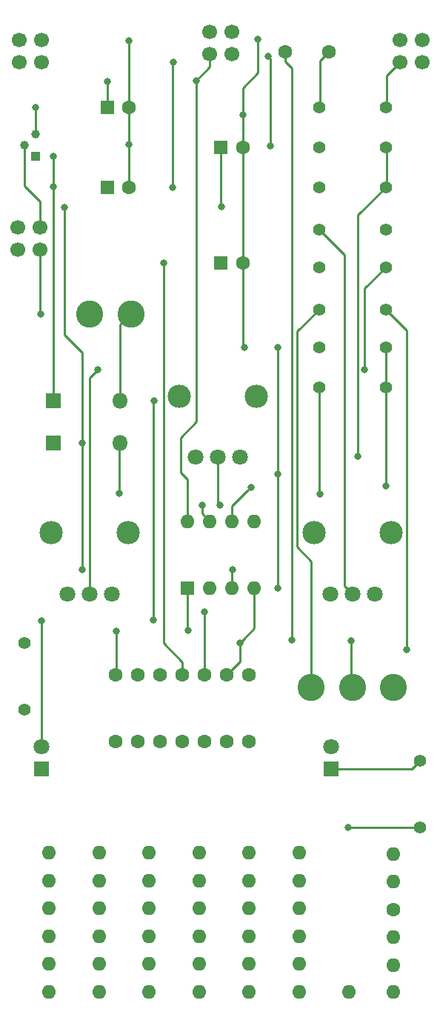
<source format=gbr>
G04 #@! TF.GenerationSoftware,KiCad,Pcbnew,(5.0.0-rc2-dev-311-g1dd4af297)*
G04 #@! TF.CreationDate,2018-04-22T13:53:34-07:00*
G04 #@! TF.ProjectId,workshop_drum1.2,776F726B73686F705F6472756D312E32,rev?*
G04 #@! TF.SameCoordinates,Original*
G04 #@! TF.FileFunction,Copper,L2,Bot,Signal*
G04 #@! TF.FilePolarity,Positive*
%FSLAX46Y46*%
G04 Gerber Fmt 4.6, Leading zero omitted, Abs format (unit mm)*
G04 Created by KiCad (PCBNEW (5.0.0-rc2-dev-311-g1dd4af297)) date 04/22/18 13:53:34*
%MOMM*%
%LPD*%
G01*
G04 APERTURE LIST*
%ADD10C,3.100000*%
%ADD11C,1.700000*%
%ADD12C,1.600000*%
%ADD13O,1.600000X1.600000*%
%ADD14C,1.397000*%
%ADD15R,1.600000X1.600000*%
%ADD16R,1.800000X1.800000*%
%ADD17C,1.800000*%
%ADD18O,1.800000X1.800000*%
%ADD19R,1.000000X1.000000*%
%ADD20C,1.000000*%
%ADD21C,2.667000*%
%ADD22C,1.803400*%
%ADD23C,0.800000*%
%ADD24C,0.250000*%
G04 APERTURE END LIST*
D10*
X167636000Y-115062000D03*
X162936000Y-115062000D03*
X158236000Y-115062000D03*
X132936000Y-72400000D03*
X137636000Y-72400000D03*
D11*
X149206000Y-40130000D03*
X146666000Y-40130000D03*
X146666000Y-42670000D03*
X149206000Y-42670000D03*
X127254000Y-65024000D03*
X127254000Y-62484000D03*
X124714000Y-62484000D03*
X124714000Y-65024000D03*
D12*
X148590000Y-121285000D03*
X148590000Y-113665000D03*
D13*
X167640000Y-149860000D03*
X128270000Y-149860000D03*
X133985000Y-149860000D03*
X139700000Y-149860000D03*
X145415000Y-149860000D03*
X151130000Y-149860000D03*
X133985000Y-143510000D03*
X133985000Y-133985000D03*
X133985000Y-140335000D03*
X133985000Y-146685000D03*
X133985000Y-137160000D03*
X128270000Y-133985000D03*
X128270000Y-146685000D03*
X128270000Y-143510000D03*
X128270000Y-140335000D03*
X128270000Y-137160000D03*
X145415000Y-143510000D03*
X145415000Y-133985000D03*
X139700000Y-137160000D03*
X145415000Y-146685000D03*
X139700000Y-133985000D03*
X145415000Y-137160000D03*
X139700000Y-146685000D03*
X139700000Y-143510000D03*
X145415000Y-140335000D03*
X139700000Y-140335000D03*
X151130000Y-146685000D03*
X151130000Y-133985000D03*
X151130000Y-143510000D03*
X151130000Y-140335000D03*
X156845000Y-143510000D03*
X156845000Y-146685000D03*
X156845000Y-137160000D03*
X156845000Y-133985000D03*
X156845000Y-140335000D03*
X151130000Y-137160000D03*
X162560000Y-149860000D03*
X156845000Y-149860000D03*
D12*
X135890000Y-121285000D03*
X138430000Y-121285000D03*
X140970000Y-121285000D03*
X143510000Y-121285000D03*
X146050000Y-121285000D03*
X151130000Y-121285000D03*
X135890000Y-113665000D03*
X138430000Y-113665000D03*
X140970000Y-113665000D03*
X143510000Y-113665000D03*
X146050000Y-113665000D03*
X151130000Y-113665000D03*
D11*
X127436000Y-43670000D03*
X127436000Y-41130000D03*
X124896000Y-41130000D03*
X124896000Y-43670000D03*
X170942000Y-43670000D03*
X170942000Y-41130000D03*
X168402000Y-41130000D03*
X168402000Y-43670000D03*
D14*
X159126000Y-71882000D03*
X166746000Y-71882000D03*
D15*
X144126000Y-103710000D03*
D13*
X151746000Y-96090000D03*
X146666000Y-103710000D03*
X149206000Y-96090000D03*
X149206000Y-103710000D03*
X146666000Y-96090000D03*
X151746000Y-103710000D03*
X144126000Y-96090000D03*
X167640000Y-134112000D03*
X167640000Y-143637000D03*
X167640000Y-137287000D03*
D12*
X167640000Y-140462000D03*
D13*
X167640000Y-146812000D03*
D16*
X127436000Y-124400000D03*
D17*
X127436000Y-121860000D03*
X160528000Y-121860000D03*
D16*
X160528000Y-124400000D03*
D12*
X160274000Y-42418000D03*
X155274000Y-42418000D03*
X137436000Y-57912000D03*
D15*
X134936000Y-57912000D03*
X147936000Y-53340000D03*
D12*
X150436000Y-53340000D03*
X137436000Y-48768000D03*
D15*
X134936000Y-48768000D03*
X147936000Y-66548000D03*
D12*
X150436000Y-66548000D03*
D18*
X136398000Y-87122000D03*
D16*
X128778000Y-87122000D03*
X128778000Y-82296000D03*
D18*
X136398000Y-82296000D03*
D14*
X170688000Y-123444000D03*
X170688000Y-131064000D03*
X159126000Y-48768000D03*
X166746000Y-48768000D03*
X166746000Y-67056000D03*
X159126000Y-67056000D03*
X166746000Y-62738000D03*
X159126000Y-62738000D03*
X166746000Y-80772000D03*
X159126000Y-80772000D03*
X125476000Y-117602000D03*
X125476000Y-109982000D03*
X159126000Y-76250000D03*
X166746000Y-76250000D03*
X166746000Y-53340000D03*
X159126000Y-53340000D03*
X159126000Y-57912000D03*
X166746000Y-57912000D03*
D19*
X126746000Y-54356000D03*
D20*
X126746000Y-51816000D03*
X125476000Y-53086000D03*
D21*
X167330363Y-97401843D03*
X158541963Y-97401843D03*
D22*
X160396163Y-104412243D03*
X162936163Y-104412243D03*
X165476163Y-104412243D03*
X135476163Y-104412243D03*
X132936163Y-104412243D03*
X130396163Y-104412243D03*
D21*
X128541963Y-97401843D03*
X137330363Y-97401843D03*
X151968363Y-81789843D03*
X143179963Y-81789843D03*
D22*
X145034163Y-88800243D03*
X147574163Y-88800243D03*
X150114163Y-88800243D03*
D23*
X127296000Y-72410000D03*
X140256000Y-82300000D03*
X140216000Y-107380000D03*
X127416000Y-107500000D03*
X151384000Y-92202000D03*
X145796000Y-94234000D03*
X147828000Y-94234002D03*
X156006000Y-109700000D03*
X162814000Y-109728000D03*
X150113996Y-109982000D03*
X154432000Y-76200000D03*
X154432000Y-103710000D03*
X154432000Y-90678000D03*
X150622000Y-76200000D03*
X162466000Y-131064000D03*
X137406000Y-41160000D03*
X163576000Y-88646000D03*
X169164000Y-110744000D03*
X146050000Y-106426000D03*
X164338000Y-78740000D03*
X133858000Y-78740000D03*
X142476000Y-43610000D03*
X159257998Y-92964000D03*
X130026002Y-60190000D03*
X132056000Y-87160000D03*
X153336000Y-42970000D03*
X153566000Y-53230000D03*
X145126002Y-45720000D03*
X126736000Y-48780000D03*
X134946002Y-45860000D03*
X150436000Y-49670000D03*
X137436000Y-53070000D03*
X152166000Y-41020000D03*
X142406000Y-57940000D03*
X128778000Y-57820000D03*
X128746000Y-54360000D03*
X166786000Y-92030000D03*
X136336000Y-92880000D03*
X148016000Y-60150000D03*
X132055998Y-101610000D03*
X149236000Y-101610000D03*
X141336000Y-66550000D03*
X135936000Y-108640000D03*
X144196000Y-108570000D03*
D24*
X127254000Y-72368000D02*
X127296000Y-72410000D01*
X127254000Y-65024000D02*
X127254000Y-72368000D01*
X140216000Y-82340000D02*
X140256000Y-82300000D01*
X140216000Y-107380000D02*
X140216000Y-82340000D01*
X127436000Y-107520000D02*
X127416000Y-107500000D01*
X127436000Y-121860000D02*
X127436000Y-107520000D01*
X136398000Y-82296000D02*
X136398000Y-73638000D01*
X136398000Y-73638000D02*
X137636000Y-72400000D01*
X150984001Y-92601999D02*
X151384000Y-92202000D01*
X149206000Y-94380000D02*
X150984001Y-92601999D01*
X149206000Y-96090000D02*
X149206000Y-94380000D01*
X145796000Y-94799685D02*
X145796000Y-94234000D01*
X145796000Y-95220000D02*
X145796000Y-94799685D01*
X146666000Y-96090000D02*
X145796000Y-95220000D01*
X147574163Y-93980165D02*
X147828000Y-94234002D01*
X147574163Y-88800243D02*
X147574163Y-93980165D01*
X155274000Y-43549370D02*
X155996000Y-44271370D01*
X155274000Y-42418000D02*
X155274000Y-43549370D01*
X155996000Y-44271370D02*
X155996000Y-109124315D01*
X155996000Y-109124315D02*
X156006000Y-109134315D01*
X156006000Y-109134315D02*
X156006000Y-109700000D01*
X162814000Y-109728000D02*
X162814000Y-114940000D01*
X162814000Y-114940000D02*
X162936000Y-115062000D01*
X158236000Y-100660000D02*
X156606000Y-99030000D01*
X158236000Y-115062000D02*
X158236000Y-100660000D01*
X156606000Y-99030000D02*
X156606000Y-74402000D01*
X156606000Y-74402000D02*
X159126000Y-71882000D01*
X145126002Y-45720000D02*
X146666000Y-44180002D01*
X146666000Y-44180002D02*
X146666000Y-42670000D01*
X151746000Y-103710000D02*
X151746000Y-108349996D01*
X150113996Y-112141004D02*
X150113996Y-110547685D01*
X148590000Y-113665000D02*
X150113996Y-112141004D01*
X150113996Y-110547685D02*
X150113996Y-109982000D01*
X150513995Y-109582001D02*
X150113996Y-109982000D01*
X151746000Y-108349996D02*
X150513995Y-109582001D01*
X154432000Y-90678000D02*
X154432000Y-76200000D01*
X154432000Y-90678000D02*
X154432000Y-103710000D01*
X150436000Y-76014000D02*
X150622000Y-76200000D01*
X150436000Y-66548000D02*
X150436000Y-76014000D01*
X162466000Y-131064000D02*
X170688000Y-131064000D01*
X137406000Y-41160000D02*
X137406000Y-48738000D01*
X163576000Y-61082000D02*
X163576000Y-64393218D01*
X166746000Y-57912000D02*
X163576000Y-61082000D01*
X163576000Y-64393218D02*
X163576000Y-88646000D01*
X166746000Y-71882000D02*
X169164000Y-74300000D01*
X169164000Y-110178315D02*
X169164000Y-110744000D01*
X169164000Y-74300000D02*
X169164000Y-110178315D01*
X146050000Y-113665000D02*
X146050000Y-106426000D01*
X145796000Y-113411000D02*
X146050000Y-113157000D01*
X146050000Y-113157000D02*
X146050000Y-106991685D01*
X146050000Y-106991685D02*
X146050000Y-106426000D01*
X164338000Y-78740000D02*
X164338000Y-69464000D01*
X164338000Y-69464000D02*
X166746000Y-67056000D01*
X132936163Y-79661837D02*
X133858000Y-78740000D01*
X132936163Y-104412243D02*
X132936163Y-79661837D01*
X162034464Y-65646464D02*
X162034464Y-103510544D01*
X159126000Y-62738000D02*
X162034464Y-65646464D01*
X162034464Y-103510544D02*
X162936163Y-104412243D01*
X160528000Y-124400000D02*
X169732000Y-124400000D01*
X169732000Y-124400000D02*
X170688000Y-123444000D01*
X142406000Y-43680000D02*
X142476000Y-43610000D01*
X146666000Y-42400000D02*
X146666001Y-43602082D01*
X166746000Y-76250000D02*
X166746000Y-80772000D01*
X159126000Y-80772000D02*
X159126000Y-92832002D01*
X159126000Y-92832002D02*
X159257998Y-92964000D01*
X132056000Y-76850000D02*
X130026002Y-74820002D01*
X132056000Y-87160000D02*
X132056000Y-76850000D01*
X130026002Y-74820002D02*
X130026002Y-60755685D01*
X130026002Y-60755685D02*
X130026002Y-60190000D01*
X132056000Y-87160000D02*
X132056000Y-101609998D01*
X132056000Y-101609998D02*
X132055998Y-101610000D01*
X153566000Y-53230000D02*
X153566000Y-43200000D01*
X153566000Y-43200000D02*
X153336000Y-42970000D01*
X144126000Y-91330000D02*
X143326001Y-90530001D01*
X144126000Y-96090000D02*
X144126000Y-91330000D01*
X143326001Y-90530001D02*
X143326001Y-86529999D01*
X143326001Y-86529999D02*
X145126002Y-84729998D01*
X145126002Y-84729998D02*
X145126002Y-46285685D01*
X145126002Y-46285685D02*
X145126002Y-45720000D01*
X126746000Y-48790000D02*
X126736000Y-48780000D01*
X126746000Y-51816000D02*
X126746000Y-48790000D01*
X134936000Y-45870002D02*
X134946002Y-45860000D01*
X134936000Y-48768000D02*
X134936000Y-45870002D01*
X152166000Y-44850000D02*
X150436000Y-46580000D01*
X152166000Y-41020000D02*
X152166000Y-44850000D01*
X150436000Y-46580000D02*
X150436000Y-49670000D01*
X137406000Y-48738000D02*
X137436000Y-48768000D01*
X127254000Y-59568000D02*
X125476000Y-57790000D01*
X127254000Y-62484000D02*
X127254000Y-59568000D01*
X125476000Y-57790000D02*
X125476000Y-53086000D01*
X125526000Y-109932000D02*
X125476000Y-109982000D01*
X137436000Y-48768000D02*
X137436000Y-49899370D01*
X137436000Y-49899370D02*
X137436000Y-53070000D01*
X137436000Y-57912000D02*
X137436000Y-56780630D01*
X137436000Y-56780630D02*
X137436000Y-53070000D01*
X150436000Y-49670000D02*
X150436000Y-53340000D01*
X150436000Y-66548000D02*
X150436000Y-53340000D01*
X166878000Y-57912000D02*
X166878000Y-56924172D01*
X166878000Y-56924172D02*
X166878000Y-53340000D01*
X166878000Y-48768000D02*
X166878000Y-45194000D01*
X166878000Y-45194000D02*
X168402000Y-43670000D01*
X142406000Y-57940000D02*
X142406000Y-43680000D01*
X128778000Y-57820000D02*
X128778000Y-54392000D01*
X128778000Y-82296000D02*
X128778000Y-57820000D01*
X128778000Y-54392000D02*
X128746000Y-54360000D01*
X166786000Y-92030000D02*
X166786000Y-85384000D01*
X166786000Y-85384000D02*
X166746000Y-85344000D01*
X166746000Y-85344000D02*
X166746000Y-84356172D01*
X166746000Y-84356172D02*
X166746000Y-80772000D01*
X136336000Y-92880000D02*
X136336000Y-87184000D01*
X136336000Y-87184000D02*
X136398000Y-87122000D01*
X147936000Y-60070000D02*
X148016000Y-60150000D01*
X147936000Y-53340000D02*
X147936000Y-60070000D01*
X149206000Y-101640000D02*
X149236000Y-101610000D01*
X149206000Y-103710000D02*
X149206000Y-101640000D01*
X141336000Y-110030000D02*
X143510000Y-112204000D01*
X141336000Y-66550000D02*
X141336000Y-110030000D01*
X143510000Y-112204000D02*
X143510000Y-113665000D01*
X159258000Y-48768000D02*
X159258000Y-43434000D01*
X159258000Y-43434000D02*
X160274000Y-42418000D01*
X135936000Y-108640000D02*
X135936000Y-113619000D01*
X135936000Y-113619000D02*
X135890000Y-113665000D01*
X144126000Y-108500000D02*
X144196000Y-108570000D01*
X144126000Y-103710000D02*
X144126000Y-108500000D01*
M02*

</source>
